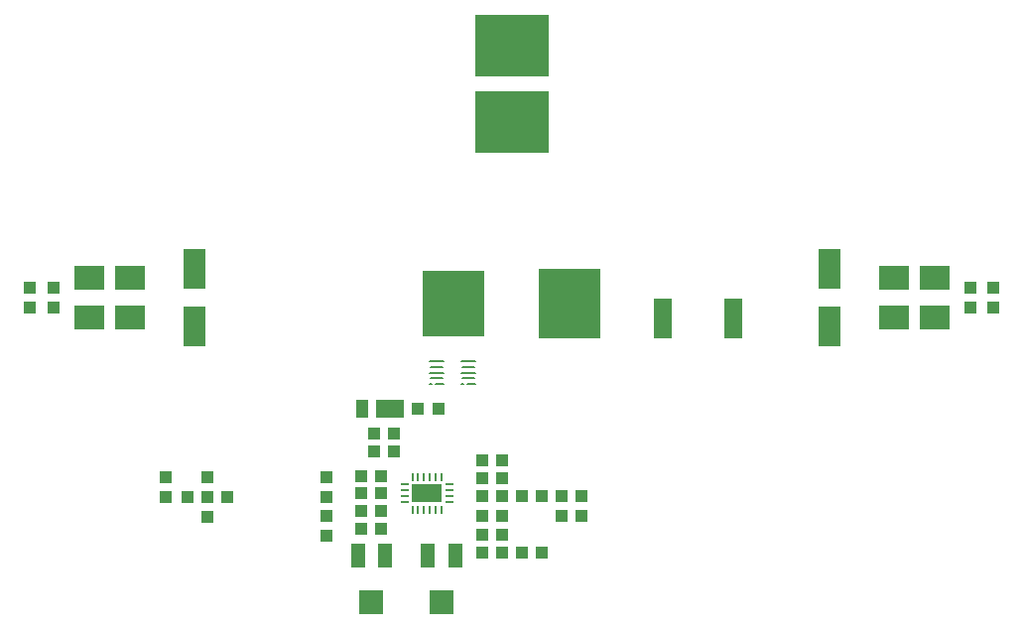
<source format=gtp>
G04*
G04 #@! TF.GenerationSoftware,Altium Limited,Altium Designer,21.3.2 (30)*
G04*
G04 Layer_Color=8421504*
%FSLAX25Y25*%
%MOIN*%
G70*
G04*
G04 #@! TF.SameCoordinates,58D38C34-9AFC-4311-94A1-E66397908E57*
G04*
G04*
G04 #@! TF.FilePolarity,Positive*
G04*
G01*
G75*
G04:AMPARAMS|DCode=16|XSize=8.27mil|YSize=45.47mil|CornerRadius=2.07mil|HoleSize=0mil|Usage=FLASHONLY|Rotation=90.000|XOffset=0mil|YOffset=0mil|HoleType=Round|Shape=RoundedRectangle|*
%AMROUNDEDRECTD16*
21,1,0.00827,0.04134,0,0,90.0*
21,1,0.00413,0.04547,0,0,90.0*
1,1,0.00413,0.02067,0.00207*
1,1,0.00413,0.02067,-0.00207*
1,1,0.00413,-0.02067,-0.00207*
1,1,0.00413,-0.02067,0.00207*
%
%ADD16ROUNDEDRECTD16*%
G04:AMPARAMS|DCode=17|XSize=8.27mil|YSize=52.36mil|CornerRadius=2.07mil|HoleSize=0mil|Usage=FLASHONLY|Rotation=90.000|XOffset=0mil|YOffset=0mil|HoleType=Round|Shape=RoundedRectangle|*
%AMROUNDEDRECTD17*
21,1,0.00827,0.04823,0,0,90.0*
21,1,0.00413,0.05236,0,0,90.0*
1,1,0.00413,0.02411,0.00207*
1,1,0.00413,0.02411,-0.00207*
1,1,0.00413,-0.02411,-0.00207*
1,1,0.00413,-0.02411,0.00207*
%
%ADD17ROUNDEDRECTD17*%
G04:AMPARAMS|DCode=18|XSize=9.06mil|YSize=31.69mil|CornerRadius=2.26mil|HoleSize=0mil|Usage=FLASHONLY|Rotation=90.000|XOffset=0mil|YOffset=0mil|HoleType=Round|Shape=RoundedRectangle|*
%AMROUNDEDRECTD18*
21,1,0.00906,0.02717,0,0,90.0*
21,1,0.00453,0.03169,0,0,90.0*
1,1,0.00453,0.01358,0.00226*
1,1,0.00453,0.01358,-0.00226*
1,1,0.00453,-0.01358,-0.00226*
1,1,0.00453,-0.01358,0.00226*
%
%ADD18ROUNDEDRECTD18*%
G04:AMPARAMS|DCode=19|XSize=9.06mil|YSize=11.02mil|CornerRadius=2.26mil|HoleSize=0mil|Usage=FLASHONLY|Rotation=90.000|XOffset=0mil|YOffset=0mil|HoleType=Round|Shape=RoundedRectangle|*
%AMROUNDEDRECTD19*
21,1,0.00906,0.00650,0,0,90.0*
21,1,0.00453,0.01102,0,0,90.0*
1,1,0.00453,0.00325,0.00226*
1,1,0.00453,0.00325,-0.00226*
1,1,0.00453,-0.00325,-0.00226*
1,1,0.00453,-0.00325,0.00226*
%
%ADD19ROUNDEDRECTD19*%
%ADD20R,0.06496X0.13189*%
%ADD21R,0.25000X0.20787*%
%ADD22R,0.07284X0.13386*%
%ADD23R,0.04331X0.03937*%
%ADD24R,0.03937X0.04331*%
%ADD25R,0.04331X0.04331*%
%ADD26R,0.04134X0.05906*%
%ADD27R,0.09449X0.05906*%
%ADD28R,0.10433X0.06496*%
%ADD29R,0.02756X0.00984*%
%ADD30R,0.00984X0.02756*%
%ADD31R,0.20984X0.23228*%
%ADD32R,0.20984X0.22008*%
%ADD33R,0.07874X0.07874*%
%ADD34R,0.05118X0.07874*%
%ADD35R,0.10236X0.07874*%
D16*
X171651Y94883D02*
D03*
Y90946D02*
D03*
X182283Y94882D02*
D03*
Y90945D02*
D03*
D17*
X171651Y96852D02*
D03*
Y92915D02*
D03*
X182283Y96850D02*
D03*
Y92913D02*
D03*
D18*
X172683Y88978D02*
D03*
X183315Y88976D02*
D03*
D19*
X169584Y88978D02*
D03*
X180217Y88976D02*
D03*
D20*
X247638Y111024D02*
D03*
X271260D02*
D03*
D21*
X196850Y177165D02*
D03*
Y202894D02*
D03*
D22*
X90158Y127657D02*
D03*
Y108563D02*
D03*
X303543Y127657D02*
D03*
Y108563D02*
D03*
D23*
X87795Y50984D02*
D03*
X101181D02*
D03*
X220276Y44882D02*
D03*
X213583D02*
D03*
X152953Y58268D02*
D03*
X146260D02*
D03*
X213583Y51402D02*
D03*
X220276D02*
D03*
X150591Y66535D02*
D03*
X157283D02*
D03*
Y72441D02*
D03*
X150591D02*
D03*
X193504Y57480D02*
D03*
X186811D02*
D03*
X186752Y51402D02*
D03*
X193445D02*
D03*
X186811Y63386D02*
D03*
X193504D02*
D03*
X165354Y80709D02*
D03*
X172047D02*
D03*
X206890Y51402D02*
D03*
X200197D02*
D03*
X152953Y52362D02*
D03*
X146260D02*
D03*
X193504Y44882D02*
D03*
X186811D02*
D03*
X193504Y38583D02*
D03*
X186811D02*
D03*
X146260Y40551D02*
D03*
X152953D02*
D03*
X146260Y46457D02*
D03*
X152953D02*
D03*
X193504Y32283D02*
D03*
X186811D02*
D03*
X200197D02*
D03*
X206890D02*
D03*
D24*
X94488Y44291D02*
D03*
Y57677D02*
D03*
X80709Y50984D02*
D03*
Y57677D02*
D03*
X134646Y50984D02*
D03*
Y57677D02*
D03*
Y44685D02*
D03*
Y37992D02*
D03*
X350787Y114764D02*
D03*
Y121457D02*
D03*
X358661Y114764D02*
D03*
Y121457D02*
D03*
X42913Y114764D02*
D03*
Y121457D02*
D03*
X35039Y114764D02*
D03*
Y121457D02*
D03*
D25*
X94488Y50984D02*
D03*
D26*
X146555Y80709D02*
D03*
D27*
X155905D02*
D03*
D28*
X168307Y52362D02*
D03*
D29*
X160827Y49409D02*
D03*
Y51378D02*
D03*
Y53347D02*
D03*
Y55315D02*
D03*
X175787D02*
D03*
Y53347D02*
D03*
Y51378D02*
D03*
Y49409D02*
D03*
D30*
X163386Y57874D02*
D03*
X165354D02*
D03*
X167323D02*
D03*
X169291D02*
D03*
X171260D02*
D03*
X173228D02*
D03*
Y46850D02*
D03*
X171260D02*
D03*
X169291D02*
D03*
X167323D02*
D03*
X165354D02*
D03*
X163386D02*
D03*
D31*
X216339Y116142D02*
D03*
D32*
X177362D02*
D03*
D33*
X149606Y15748D02*
D03*
X173228D02*
D03*
D34*
X145079Y31496D02*
D03*
X154134D02*
D03*
X168701D02*
D03*
X177756D02*
D03*
D35*
X338976Y124803D02*
D03*
Y111417D02*
D03*
X325197Y124803D02*
D03*
Y111417D02*
D03*
X68504Y124803D02*
D03*
Y111417D02*
D03*
X54724Y124803D02*
D03*
Y111417D02*
D03*
M02*

</source>
